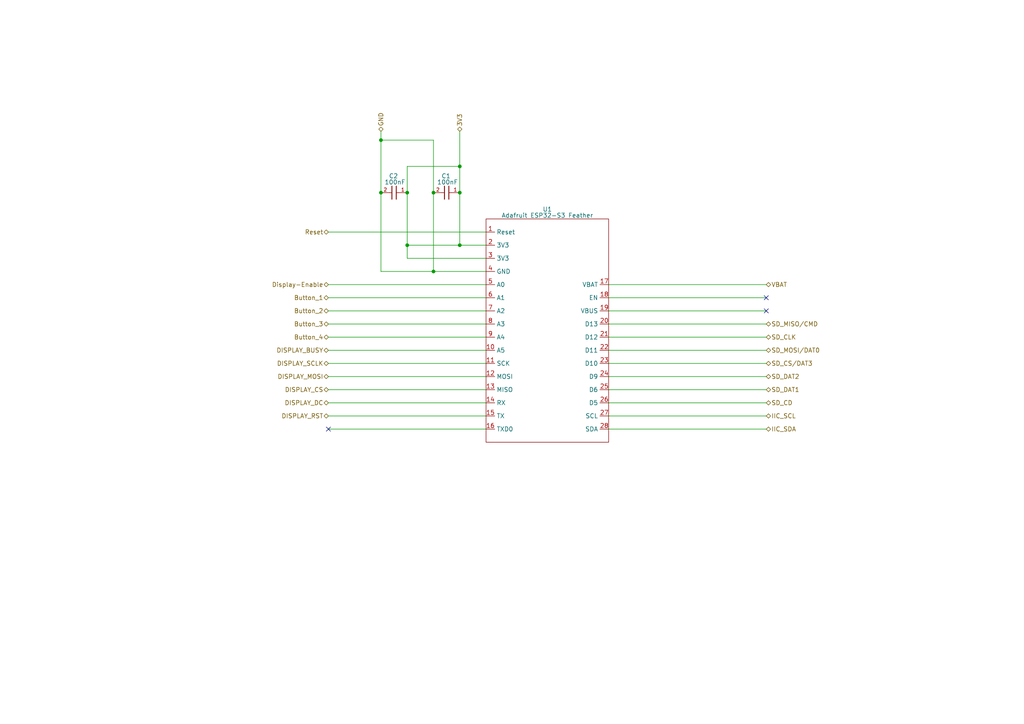
<source format=kicad_sch>
(kicad_sch (version 20231120) (generator "eeschema") (generator_version "8.0")
  (paper "A4")
  (lib_symbols
    (symbol "Adafruit ESP32-S3 Feather 4MB Flash 2MB PSRAM:Adafruit_ESP32-S3_Feather"
      (property "Reference" "U1" (at 0 34.544 0))
      (property "Value" "Adafruit ESP32-S3 Feather" (at 0 32.766 0))
      (symbol "Adafruit_ESP32-S3_Feather_0_1"
        (rectangle (start -17.78 31.75) (end 17.78 -33.02))
      )
      (symbol "Adafruit_ESP32-S3_Feather_1_1"
        (pin bidirectional line (at -17.78 27.94 0) (length 2.54) (name "Reset") (number "1"))
        (pin bidirectional line (at -17.78 -6.35 0) (length 2.54) (name "A5") (number "10"))
        (pin bidirectional line (at -17.78 -10.16 0) (length 2.54) (name "SCK") (number "11"))
        (pin bidirectional line (at -17.78 -13.97 0) (length 2.54) (name "MOSI") (number "12"))
        (pin bidirectional line (at -17.78 -17.78 0) (length 2.54) (name "MISO") (number "13"))
        (pin bidirectional line (at -17.78 -21.59 0) (length 2.54) (name "RX") (number "14"))
        (pin bidirectional line (at -17.78 -25.4 0) (length 2.54) (name "TX") (number "15"))
        (pin bidirectional line (at -17.78 -29.21 0) (length 2.54) (name "TXD0") (number "16"))
        (pin bidirectional line (at 17.78 12.7 180) (length 2.54) (name "VBAT") (number "17"))
        (pin bidirectional line (at 17.78 8.89 180) (length 2.54) (name "EN") (number "18"))
        (pin bidirectional line (at 17.78 5.08 180) (length 2.54) (name "VBUS") (number "19"))
        (pin bidirectional line (at -17.78 24.13 0) (length 2.54) (name "3V3") (number "2"))
        (pin bidirectional line (at 17.78 1.27 180) (length 2.54) (name "D13") (number "20"))
        (pin bidirectional line (at 17.78 -2.54 180) (length 2.54) (name "D12") (number "21"))
        (pin bidirectional line (at 17.78 -6.35 180) (length 2.54) (name "D11") (number "22"))
        (pin bidirectional line (at 17.78 -10.16 180) (length 2.54) (name "D10") (number "23"))
        (pin bidirectional line (at 17.78 -13.97 180) (length 2.54) (name "D9") (number "24"))
        (pin bidirectional line (at 17.78 -17.78 180) (length 2.54) (name "D6") (number "25"))
        (pin bidirectional line (at 17.78 -21.59 180) (length 2.54) (name "D5") (number "26"))
        (pin bidirectional line (at 17.78 -25.4 180) (length 2.54) (name "SCL") (number "27"))
        (pin bidirectional line (at 17.78 -29.21 180) (length 2.54) (name "SDA") (number "28"))
        (pin bidirectional line (at -17.78 20.32 0) (length 2.54) (name "3V3") (number "3"))
        (pin bidirectional line (at -17.78 16.51 0) (length 2.54) (name "GND") (number "4"))
        (pin bidirectional line (at -17.78 12.7 0) (length 2.54) (name "A0") (number "5"))
        (pin bidirectional line (at -17.78 8.89 0) (length 2.54) (name "A1") (number "6"))
        (pin bidirectional line (at -17.78 5.08 0) (length 2.54) (name "A2") (number "7"))
        (pin bidirectional line (at -17.78 1.27 0) (length 2.54) (name "A3") (number "8"))
        (pin bidirectional line (at -17.78 -2.54 0) (length 2.54) (name "A4") (number "9"))
      )
    )
    (symbol "WCAP-CSGP_0603:WCAP-CSGP_0603" (pin_names (offset 1.016))
      (property "Reference" "C" (at 1.27 2.54 0))
      (property "Value" "WCAP-CSGP_0603" (at 1.27 -5.08 0))
      (symbol "WCAP-CSGP_0603_0_0"
        (polyline (pts (xy 0 0) (xy 0.6426 0)) (stroke (width 0.1524)))
        (polyline (pts (xy 0.635 -1.905) (xy 0.635 1.905)) (stroke (width 0.254)))
        (polyline (pts (xy 1.905 1.905) (xy 1.905 -1.905)) (stroke (width 0.254)))
        (polyline (pts (xy 1.9279 0) (xy 2.5705 0)) (stroke (width 0.1524)))
        (pin passive line (at -2.54 0 0) (length 2.54) (name "~") (number "1"))
        (pin passive line (at 5.08 0 180) (length 2.54) (name "~") (number "2"))
      )
    )
  )
  (junction (at 133.35 71.12))
  (junction (at 118.11 55.88))
  (junction (at 110.49 55.88))
  (junction (at 125.73 78.74))
  (junction (at 110.49 40.64))
  (junction (at 125.73 55.88))
  (junction (at 133.35 55.88))
  (junction (at 118.11 71.12))
  (junction (at 133.35 48.26))
  (no_connect (at 222.25 86.36))
  (no_connect (at 222.25 90.17))
  (no_connect (at 95.25 124.46))
  (wire (pts (xy 110.49 78.74) (xy 125.73 78.74)))
  (wire (pts (xy 95.25 124.46) (xy 140.97 124.46)))
  (wire (pts (xy 95.25 97.79) (xy 140.97 97.79)))
  (wire (pts (xy 95.25 109.22) (xy 140.97 109.22)))
  (wire (pts (xy 95.25 93.98) (xy 140.97 93.98)))
  (wire (pts (xy 125.73 55.88) (xy 125.73 78.74)))
  (wire (pts (xy 176.53 90.17) (xy 222.25 90.17)))
  (wire (pts (xy 95.25 67.31) (xy 140.97 67.31)))
  (wire (pts (xy 140.97 74.93) (xy 118.11 74.93)))
  (wire (pts (xy 95.25 113.03) (xy 140.97 113.03)))
  (wire (pts (xy 95.25 90.17) (xy 140.97 90.17)))
  (wire (pts (xy 95.25 86.36) (xy 140.97 86.36)))
  (wire (pts (xy 133.35 55.88) (xy 133.35 71.12)))
  (wire (pts (xy 95.25 82.55) (xy 140.97 82.55)))
  (wire (pts (xy 110.49 38.1) (xy 110.49 40.64)))
  (wire (pts (xy 176.53 97.79) (xy 222.25 97.79)))
  (wire (pts (xy 118.11 71.12) (xy 118.11 74.93)))
  (wire (pts (xy 95.25 116.84) (xy 140.97 116.84)))
  (wire (pts (xy 118.11 55.88) (xy 118.11 71.12)))
  (wire (pts (xy 176.53 105.41) (xy 222.25 105.41)))
  (wire (pts (xy 133.35 38.1) (xy 133.35 48.26)))
  (wire (pts (xy 118.11 71.12) (xy 133.35 71.12)))
  (wire (pts (xy 176.53 82.55) (xy 222.25 82.55)))
  (wire (pts (xy 95.25 101.6) (xy 140.97 101.6)))
  (wire (pts (xy 110.49 40.64) (xy 110.49 55.88)))
  (wire (pts (xy 176.53 109.22) (xy 222.25 109.22)))
  (wire (pts (xy 176.53 93.98) (xy 222.25 93.98)))
  (wire (pts (xy 125.73 40.64) (xy 125.73 55.88)))
  (wire (pts (xy 110.49 40.64) (xy 125.73 40.64)))
  (wire (pts (xy 176.53 101.6) (xy 222.25 101.6)))
  (wire (pts (xy 125.73 78.74) (xy 140.97 78.74)))
  (wire (pts (xy 110.49 55.88) (xy 110.49 78.74)))
  (wire (pts (xy 176.53 86.36) (xy 222.25 86.36)))
  (wire (pts (xy 176.53 120.65) (xy 222.25 120.65)))
  (wire (pts (xy 176.53 116.84) (xy 222.25 116.84)))
  (wire (pts (xy 118.11 48.26) (xy 118.11 55.88)))
  (wire (pts (xy 133.35 48.26) (xy 133.35 55.88)))
  (wire (pts (xy 176.53 113.03) (xy 222.25 113.03)))
  (wire (pts (xy 133.35 48.26) (xy 118.11 48.26)))
  (wire (pts (xy 95.25 120.65) (xy 140.97 120.65)))
  (wire (pts (xy 133.35 71.12) (xy 140.97 71.12)))
  (wire (pts (xy 95.25 105.41) (xy 140.97 105.41)))
  (wire (pts (xy 176.53 124.46) (xy 222.25 124.46)))
  (hierarchical_label "Display-Enable" (shape bidirectional) (at 95.25 82.55 180))
  (hierarchical_label "SD_CD" (shape bidirectional) (at 222.25 116.84 0))
  (hierarchical_label "SD_DAT1" (shape bidirectional) (at 222.25 113.03 0))
  (hierarchical_label "SD_MISO{slash}CMD" (shape bidirectional) (at 222.25 93.98 0))
  (hierarchical_label "SD_CS{slash}DAT3" (shape bidirectional) (at 222.25 105.41 0))
  (hierarchical_label "DISPLAY_RST" (shape bidirectional) (at 95.25 120.65 180))
  (hierarchical_label "Reset" (shape bidirectional) (at 95.25 67.31 180))
  (hierarchical_label "VBAT" (shape bidirectional) (at 222.25 82.55 0))
  (hierarchical_label "GND" (shape bidirectional) (at 110.49 38.1 90))
  (hierarchical_label "DISPLAY_CS" (shape bidirectional) (at 95.25 113.03 180))
  (hierarchical_label "IIC_SCL" (shape bidirectional) (at 222.25 120.65 0))
  (hierarchical_label "SD_MOSI{slash}DAT0" (shape bidirectional) (at 222.25 101.6 0))
  (hierarchical_label "SD_CLK" (shape bidirectional) (at 222.25 97.79 0))
  (hierarchical_label "3V3" (shape bidirectional) (at 133.35 38.1 90))
  (hierarchical_label "Button_4" (shape bidirectional) (at 95.25 97.79 180))
  (hierarchical_label "SD_DAT2" (shape bidirectional) (at 222.25 109.22 0))
  (hierarchical_label "Button_3" (shape bidirectional) (at 95.25 93.98 180))
  (hierarchical_label "DISPLAY_BUSY" (shape bidirectional) (at 95.25 101.6 180))
  (hierarchical_label "Button_2" (shape bidirectional) (at 95.25 90.17 180))
  (hierarchical_label "DISPLAY_MOSI" (shape bidirectional) (at 95.25 109.22 180))
  (hierarchical_label "DISPLAY_SCLK" (shape bidirectional) (at 95.25 105.41 180))
  (hierarchical_label "IIC_SDA" (shape bidirectional) (at 222.25 124.46 0))
  (hierarchical_label "Button_1" (shape bidirectional) (at 95.25 86.36 180))
  (hierarchical_label "DISPLAY_DC" (shape bidirectional) (at 95.25 116.84 180))
  (symbol (lib_id "Adafruit ESP32-S3 Feather 4MB Flash 2MB PSRAM:Adafruit_ESP32-S3_Feather") (at 158.75 95.25 0) (unit 1)
    (property "Reference" "U1" (at 158.75 60.706 0))
    (property "Value" "Adafruit ESP32-S3 Feather" (at 158.75 62.484 0))
    (property "Footprint" "Custom footprints:Adafruit ESP32-S3 Feather 4MB Flash 2MB PSRAM" (effects (hide yes)))
  )
  (symbol (lib_id "WCAP-CSGP_0603:WCAP-CSGP_0603") (at 115.57 55.88 180) (unit 1)
    (property "Reference" "C2" (at 112.776 51.054 0) (effects (justify right)))
    (property "Value" "100nF" (at 111.506 52.832 0) (effects (justify right)))
    (property "Footprint" "Custom footprints:WCAP-CSGP_0603_R" (effects (hide yes)))
    (property "MF" "Würth Elektronik" (effects (hide yes)))
    (property "Description_1" "\nCapacitor 100nF Multilayer Ceramic MLCC10 V , X7R Dielectric 0603 Surface Mount | Wurth Electronics 885012206020\n" (effects (hide yes)))
    (property "Package" "0603 Wurth Electronics" (effects (hide yes)))
    (property "Price" "None" (effects (hide yes)))
    (property "SnapEDA_Link" "https://www.snapeda.com/parts/885012206020/Wurth+Elektronik/view-part/?ref=snap" (effects (hide yes)))
    (property "MP" "885012206020" (effects (hide yes)))
    (property "Availability" "In Stock" (effects (hide yes)))
    (property "Check_prices" "https://www.snapeda.com/parts/885012206020/Wurth+Elektronik/view-part/?ref=eda" (effects (hide yes)))
  )
  (symbol (lib_id "WCAP-CSGP_0603:WCAP-CSGP_0603") (at 130.81 55.88 180) (unit 1)
    (property "Reference" "C1" (at 128.016 51.054 0) (effects (justify right)))
    (property "Value" "100nF" (at 126.746 52.832 0) (effects (justify right)))
    (property "Footprint" "Custom footprints:WCAP-CSGP_0603_R" (effects (hide yes)))
    (property "MF" "Würth Elektronik" (effects (hide yes)))
    (property "Description_1" "\nCapacitor 100nF Multilayer Ceramic MLCC10 V , X7R Dielectric 0603 Surface Mount | Wurth Electronics 885012206020\n" (effects (hide yes)))
    (property "Package" "0603 Wurth Electronics" (effects (hide yes)))
    (property "Price" "None" (effects (hide yes)))
    (property "SnapEDA_Link" "https://www.snapeda.com/parts/885012206020/Wurth+Elektronik/view-part/?ref=snap" (effects (hide yes)))
    (property "MP" "885012206020" (effects (hide yes)))
    (property "Availability" "In Stock" (effects (hide yes)))
    (property "Check_prices" "https://www.snapeda.com/parts/885012206020/Wurth+Elektronik/view-part/?ref=eda" (effects (hide yes)))
  )
)
</source>
